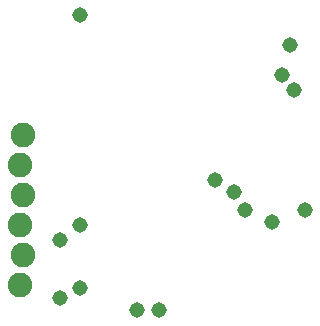
<source format=gbs>
G75*
%MOIN*%
%OFA0B0*%
%FSLAX25Y25*%
%IPPOS*%
%LPD*%
%AMOC8*
5,1,8,0,0,1.08239X$1,22.5*
%
%ADD10C,0.08200*%
%ADD11C,0.05156*%
D10*
X0026000Y0026000D03*
X0027000Y0036000D03*
X0026000Y0046000D03*
X0027000Y0056000D03*
X0026000Y0066000D03*
X0027000Y0076000D03*
D11*
X0046000Y0046000D03*
X0039500Y0041000D03*
X0046000Y0025000D03*
X0039500Y0021500D03*
X0065000Y0017500D03*
X0072500Y0017500D03*
X0101000Y0051000D03*
X0097500Y0057000D03*
X0091000Y0061000D03*
X0110000Y0047000D03*
X0121000Y0051000D03*
X0117500Y0091000D03*
X0113500Y0096000D03*
X0116000Y0106000D03*
X0046000Y0116000D03*
M02*

</source>
